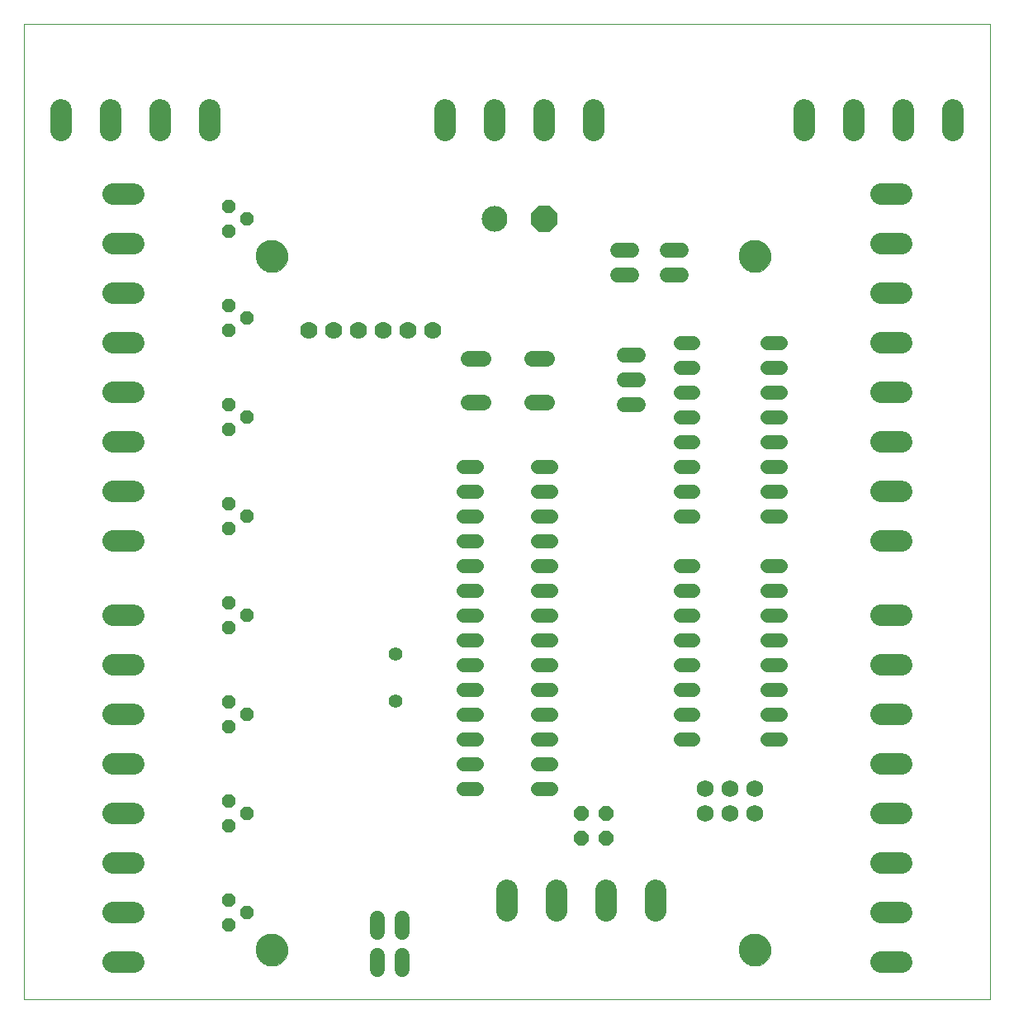
<source format=gts>
G75*
G70*
%OFA0B0*%
%FSLAX24Y24*%
%IPPOS*%
%LPD*%
%AMOC8*
5,1,8,0,0,1.08239X$1,22.5*
%
%ADD10C,0.0000*%
%ADD11C,0.1300*%
%ADD12C,0.0865*%
%ADD13OC8,0.0560*%
%ADD14C,0.0560*%
%ADD15C,0.0640*%
%ADD16C,0.0700*%
%ADD17C,0.0560*%
%ADD18C,0.0680*%
%ADD19C,0.1040*%
%ADD20OC8,0.1040*%
%ADD21C,0.0600*%
%ADD22OC8,0.0600*%
D10*
X000101Y000242D02*
X000101Y039612D01*
X039093Y039612D01*
X039093Y000242D01*
X000101Y000242D01*
X009471Y002242D02*
X009473Y002292D01*
X009479Y002342D01*
X009489Y002391D01*
X009503Y002439D01*
X009520Y002486D01*
X009541Y002531D01*
X009566Y002575D01*
X009594Y002616D01*
X009626Y002655D01*
X009660Y002692D01*
X009697Y002726D01*
X009737Y002756D01*
X009779Y002783D01*
X009823Y002807D01*
X009869Y002828D01*
X009916Y002844D01*
X009964Y002857D01*
X010014Y002866D01*
X010063Y002871D01*
X010114Y002872D01*
X010164Y002869D01*
X010213Y002862D01*
X010262Y002851D01*
X010310Y002836D01*
X010356Y002818D01*
X010401Y002796D01*
X010444Y002770D01*
X010485Y002741D01*
X010524Y002709D01*
X010560Y002674D01*
X010592Y002636D01*
X010622Y002596D01*
X010649Y002553D01*
X010672Y002509D01*
X010691Y002463D01*
X010707Y002415D01*
X010719Y002366D01*
X010727Y002317D01*
X010731Y002267D01*
X010731Y002217D01*
X010727Y002167D01*
X010719Y002118D01*
X010707Y002069D01*
X010691Y002021D01*
X010672Y001975D01*
X010649Y001931D01*
X010622Y001888D01*
X010592Y001848D01*
X010560Y001810D01*
X010524Y001775D01*
X010485Y001743D01*
X010444Y001714D01*
X010401Y001688D01*
X010356Y001666D01*
X010310Y001648D01*
X010262Y001633D01*
X010213Y001622D01*
X010164Y001615D01*
X010114Y001612D01*
X010063Y001613D01*
X010014Y001618D01*
X009964Y001627D01*
X009916Y001640D01*
X009869Y001656D01*
X009823Y001677D01*
X009779Y001701D01*
X009737Y001728D01*
X009697Y001758D01*
X009660Y001792D01*
X009626Y001829D01*
X009594Y001868D01*
X009566Y001909D01*
X009541Y001953D01*
X009520Y001998D01*
X009503Y002045D01*
X009489Y002093D01*
X009479Y002142D01*
X009473Y002192D01*
X009471Y002242D01*
X028971Y002242D02*
X028973Y002292D01*
X028979Y002342D01*
X028989Y002391D01*
X029003Y002439D01*
X029020Y002486D01*
X029041Y002531D01*
X029066Y002575D01*
X029094Y002616D01*
X029126Y002655D01*
X029160Y002692D01*
X029197Y002726D01*
X029237Y002756D01*
X029279Y002783D01*
X029323Y002807D01*
X029369Y002828D01*
X029416Y002844D01*
X029464Y002857D01*
X029514Y002866D01*
X029563Y002871D01*
X029614Y002872D01*
X029664Y002869D01*
X029713Y002862D01*
X029762Y002851D01*
X029810Y002836D01*
X029856Y002818D01*
X029901Y002796D01*
X029944Y002770D01*
X029985Y002741D01*
X030024Y002709D01*
X030060Y002674D01*
X030092Y002636D01*
X030122Y002596D01*
X030149Y002553D01*
X030172Y002509D01*
X030191Y002463D01*
X030207Y002415D01*
X030219Y002366D01*
X030227Y002317D01*
X030231Y002267D01*
X030231Y002217D01*
X030227Y002167D01*
X030219Y002118D01*
X030207Y002069D01*
X030191Y002021D01*
X030172Y001975D01*
X030149Y001931D01*
X030122Y001888D01*
X030092Y001848D01*
X030060Y001810D01*
X030024Y001775D01*
X029985Y001743D01*
X029944Y001714D01*
X029901Y001688D01*
X029856Y001666D01*
X029810Y001648D01*
X029762Y001633D01*
X029713Y001622D01*
X029664Y001615D01*
X029614Y001612D01*
X029563Y001613D01*
X029514Y001618D01*
X029464Y001627D01*
X029416Y001640D01*
X029369Y001656D01*
X029323Y001677D01*
X029279Y001701D01*
X029237Y001728D01*
X029197Y001758D01*
X029160Y001792D01*
X029126Y001829D01*
X029094Y001868D01*
X029066Y001909D01*
X029041Y001953D01*
X029020Y001998D01*
X029003Y002045D01*
X028989Y002093D01*
X028979Y002142D01*
X028973Y002192D01*
X028971Y002242D01*
X028971Y030242D02*
X028973Y030292D01*
X028979Y030342D01*
X028989Y030391D01*
X029003Y030439D01*
X029020Y030486D01*
X029041Y030531D01*
X029066Y030575D01*
X029094Y030616D01*
X029126Y030655D01*
X029160Y030692D01*
X029197Y030726D01*
X029237Y030756D01*
X029279Y030783D01*
X029323Y030807D01*
X029369Y030828D01*
X029416Y030844D01*
X029464Y030857D01*
X029514Y030866D01*
X029563Y030871D01*
X029614Y030872D01*
X029664Y030869D01*
X029713Y030862D01*
X029762Y030851D01*
X029810Y030836D01*
X029856Y030818D01*
X029901Y030796D01*
X029944Y030770D01*
X029985Y030741D01*
X030024Y030709D01*
X030060Y030674D01*
X030092Y030636D01*
X030122Y030596D01*
X030149Y030553D01*
X030172Y030509D01*
X030191Y030463D01*
X030207Y030415D01*
X030219Y030366D01*
X030227Y030317D01*
X030231Y030267D01*
X030231Y030217D01*
X030227Y030167D01*
X030219Y030118D01*
X030207Y030069D01*
X030191Y030021D01*
X030172Y029975D01*
X030149Y029931D01*
X030122Y029888D01*
X030092Y029848D01*
X030060Y029810D01*
X030024Y029775D01*
X029985Y029743D01*
X029944Y029714D01*
X029901Y029688D01*
X029856Y029666D01*
X029810Y029648D01*
X029762Y029633D01*
X029713Y029622D01*
X029664Y029615D01*
X029614Y029612D01*
X029563Y029613D01*
X029514Y029618D01*
X029464Y029627D01*
X029416Y029640D01*
X029369Y029656D01*
X029323Y029677D01*
X029279Y029701D01*
X029237Y029728D01*
X029197Y029758D01*
X029160Y029792D01*
X029126Y029829D01*
X029094Y029868D01*
X029066Y029909D01*
X029041Y029953D01*
X029020Y029998D01*
X029003Y030045D01*
X028989Y030093D01*
X028979Y030142D01*
X028973Y030192D01*
X028971Y030242D01*
X009471Y030242D02*
X009473Y030292D01*
X009479Y030342D01*
X009489Y030391D01*
X009503Y030439D01*
X009520Y030486D01*
X009541Y030531D01*
X009566Y030575D01*
X009594Y030616D01*
X009626Y030655D01*
X009660Y030692D01*
X009697Y030726D01*
X009737Y030756D01*
X009779Y030783D01*
X009823Y030807D01*
X009869Y030828D01*
X009916Y030844D01*
X009964Y030857D01*
X010014Y030866D01*
X010063Y030871D01*
X010114Y030872D01*
X010164Y030869D01*
X010213Y030862D01*
X010262Y030851D01*
X010310Y030836D01*
X010356Y030818D01*
X010401Y030796D01*
X010444Y030770D01*
X010485Y030741D01*
X010524Y030709D01*
X010560Y030674D01*
X010592Y030636D01*
X010622Y030596D01*
X010649Y030553D01*
X010672Y030509D01*
X010691Y030463D01*
X010707Y030415D01*
X010719Y030366D01*
X010727Y030317D01*
X010731Y030267D01*
X010731Y030217D01*
X010727Y030167D01*
X010719Y030118D01*
X010707Y030069D01*
X010691Y030021D01*
X010672Y029975D01*
X010649Y029931D01*
X010622Y029888D01*
X010592Y029848D01*
X010560Y029810D01*
X010524Y029775D01*
X010485Y029743D01*
X010444Y029714D01*
X010401Y029688D01*
X010356Y029666D01*
X010310Y029648D01*
X010262Y029633D01*
X010213Y029622D01*
X010164Y029615D01*
X010114Y029612D01*
X010063Y029613D01*
X010014Y029618D01*
X009964Y029627D01*
X009916Y029640D01*
X009869Y029656D01*
X009823Y029677D01*
X009779Y029701D01*
X009737Y029728D01*
X009697Y029758D01*
X009660Y029792D01*
X009626Y029829D01*
X009594Y029868D01*
X009566Y029909D01*
X009541Y029953D01*
X009520Y029998D01*
X009503Y030045D01*
X009489Y030093D01*
X009479Y030142D01*
X009473Y030192D01*
X009471Y030242D01*
D11*
X010101Y030242D03*
X029601Y030242D03*
X029601Y002242D03*
X010101Y002242D03*
D12*
X004513Y001742D02*
X003688Y001742D01*
X003688Y003742D02*
X004513Y003742D01*
X004513Y005742D02*
X003688Y005742D01*
X003688Y007742D02*
X004513Y007742D01*
X004513Y009742D02*
X003688Y009742D01*
X003688Y011742D02*
X004513Y011742D01*
X004513Y013742D02*
X003688Y013742D01*
X003688Y015742D02*
X004513Y015742D01*
X004513Y018742D02*
X003688Y018742D01*
X003688Y020742D02*
X004513Y020742D01*
X004513Y022742D02*
X003688Y022742D01*
X003688Y024742D02*
X004513Y024742D01*
X004513Y026742D02*
X003688Y026742D01*
X003688Y028742D02*
X004513Y028742D01*
X004513Y030742D02*
X003688Y030742D01*
X003688Y032742D02*
X004513Y032742D01*
X003601Y035329D02*
X003601Y036154D01*
X005601Y036154D02*
X005601Y035329D01*
X007601Y035329D02*
X007601Y036154D01*
X001601Y036154D02*
X001601Y035329D01*
X017101Y035329D02*
X017101Y036154D01*
X019101Y036154D02*
X019101Y035329D01*
X021101Y035329D02*
X021101Y036154D01*
X023101Y036154D02*
X023101Y035329D01*
X031601Y035329D02*
X031601Y036154D01*
X033601Y036154D02*
X033601Y035329D01*
X035601Y035329D02*
X035601Y036154D01*
X037601Y036154D02*
X037601Y035329D01*
X035513Y032742D02*
X034688Y032742D01*
X034688Y030742D02*
X035513Y030742D01*
X035513Y028742D02*
X034688Y028742D01*
X034688Y026742D02*
X035513Y026742D01*
X035513Y024742D02*
X034688Y024742D01*
X034688Y022742D02*
X035513Y022742D01*
X035513Y020742D02*
X034688Y020742D01*
X034688Y018742D02*
X035513Y018742D01*
X035513Y015742D02*
X034688Y015742D01*
X034688Y013742D02*
X035513Y013742D01*
X035513Y011742D02*
X034688Y011742D01*
X034688Y009742D02*
X035513Y009742D01*
X035513Y007742D02*
X034688Y007742D01*
X034688Y005742D02*
X035513Y005742D01*
X035513Y003742D02*
X034688Y003742D01*
X034688Y001742D02*
X035513Y001742D01*
X025601Y003829D02*
X025601Y004654D01*
X023601Y004654D02*
X023601Y003829D01*
X021601Y003829D02*
X021601Y004654D01*
X019601Y004654D02*
X019601Y003829D01*
D13*
X009101Y003742D03*
X008351Y004242D03*
X008351Y003242D03*
X008351Y007242D03*
X009101Y007742D03*
X008351Y008242D03*
X008351Y011242D03*
X009101Y011742D03*
X008351Y012242D03*
X008351Y015242D03*
X009101Y015742D03*
X008351Y016242D03*
X008351Y019242D03*
X009101Y019742D03*
X008351Y020242D03*
X008351Y023242D03*
X009101Y023742D03*
X008351Y024242D03*
X008351Y027242D03*
X009101Y027742D03*
X008351Y028242D03*
X008351Y031242D03*
X009101Y031742D03*
X008351Y032242D03*
D14*
X017841Y021742D02*
X018361Y021742D01*
X018361Y020742D02*
X017841Y020742D01*
X017841Y019742D02*
X018361Y019742D01*
X018361Y018742D02*
X017841Y018742D01*
X017841Y017742D02*
X018361Y017742D01*
X018361Y016742D02*
X017841Y016742D01*
X017841Y015742D02*
X018361Y015742D01*
X018361Y014742D02*
X017841Y014742D01*
X017841Y013742D02*
X018361Y013742D01*
X018361Y012742D02*
X017841Y012742D01*
X017841Y011742D02*
X018361Y011742D01*
X018361Y010742D02*
X017841Y010742D01*
X017841Y009742D02*
X018361Y009742D01*
X018361Y008742D02*
X017841Y008742D01*
X020841Y008742D02*
X021361Y008742D01*
X021361Y009742D02*
X020841Y009742D01*
X020841Y010742D02*
X021361Y010742D01*
X021361Y011742D02*
X020841Y011742D01*
X020841Y012742D02*
X021361Y012742D01*
X021361Y013742D02*
X020841Y013742D01*
X020841Y014742D02*
X021361Y014742D01*
X021361Y015742D02*
X020841Y015742D01*
X020841Y016742D02*
X021361Y016742D01*
X021361Y017742D02*
X020841Y017742D01*
X020841Y018742D02*
X021361Y018742D01*
X021361Y019742D02*
X020841Y019742D01*
X020841Y020742D02*
X021361Y020742D01*
X021361Y021742D02*
X020841Y021742D01*
X026581Y021742D02*
X027101Y021742D01*
X027101Y020742D02*
X026581Y020742D01*
X026581Y019742D02*
X027101Y019742D01*
X027101Y017742D02*
X026581Y017742D01*
X026581Y016742D02*
X027101Y016742D01*
X027101Y015742D02*
X026581Y015742D01*
X026581Y014742D02*
X027101Y014742D01*
X027101Y013742D02*
X026581Y013742D01*
X026581Y012742D02*
X027101Y012742D01*
X027101Y011742D02*
X026581Y011742D01*
X026581Y010742D02*
X027101Y010742D01*
X030101Y010742D02*
X030621Y010742D01*
X030621Y011742D02*
X030101Y011742D01*
X030101Y012742D02*
X030621Y012742D01*
X030621Y013742D02*
X030101Y013742D01*
X030101Y014742D02*
X030621Y014742D01*
X030621Y015742D02*
X030101Y015742D01*
X030101Y016742D02*
X030621Y016742D01*
X030621Y017742D02*
X030101Y017742D01*
X030101Y019742D02*
X030621Y019742D01*
X030621Y020742D02*
X030101Y020742D01*
X030101Y021742D02*
X030621Y021742D01*
X030621Y022742D02*
X030101Y022742D01*
X030101Y023742D02*
X030621Y023742D01*
X030621Y024742D02*
X030101Y024742D01*
X030101Y025742D02*
X030621Y025742D01*
X030621Y026742D02*
X030101Y026742D01*
X027101Y026742D02*
X026581Y026742D01*
X026581Y025742D02*
X027101Y025742D01*
X027101Y024742D02*
X026581Y024742D01*
X026581Y023742D02*
X027101Y023742D01*
X027101Y022742D02*
X026581Y022742D01*
D15*
X021181Y024352D02*
X020581Y024352D01*
X020581Y026132D02*
X021181Y026132D01*
X018621Y026132D02*
X018021Y026132D01*
X018021Y024352D02*
X018621Y024352D01*
D16*
X016601Y027242D03*
X015601Y027242D03*
X014601Y027242D03*
X013601Y027242D03*
X012601Y027242D03*
X011601Y027242D03*
D17*
X015101Y014192D03*
X015101Y012292D03*
D18*
X027601Y008742D03*
X028601Y008742D03*
X028601Y007742D03*
X027601Y007742D03*
X029601Y007742D03*
X029601Y008742D03*
D19*
X019101Y031742D03*
D20*
X021101Y031742D03*
D21*
X024071Y030492D02*
X024631Y030492D01*
X024631Y029492D02*
X024071Y029492D01*
X026071Y029492D02*
X026631Y029492D01*
X026631Y030492D02*
X026071Y030492D01*
X024881Y026242D02*
X024321Y026242D01*
X024321Y025242D02*
X024881Y025242D01*
X024881Y024242D02*
X024321Y024242D01*
X015351Y003522D02*
X015351Y002962D01*
X015351Y002022D02*
X015351Y001462D01*
X014351Y001462D02*
X014351Y002022D01*
X014351Y002962D02*
X014351Y003522D01*
D22*
X022601Y006742D03*
X023601Y006742D03*
X023601Y007742D03*
X022601Y007742D03*
M02*

</source>
